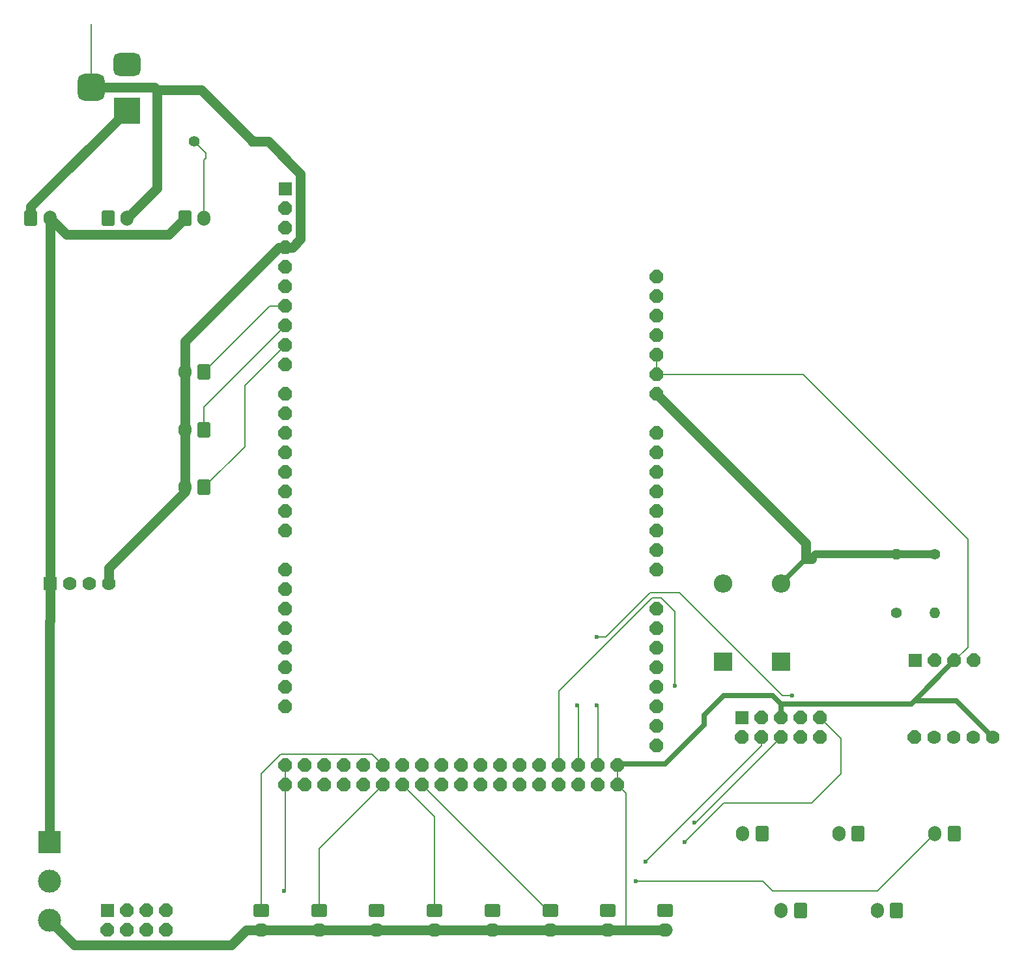
<source format=gbr>
%TF.GenerationSoftware,KiCad,Pcbnew,8.0.4*%
%TF.CreationDate,2024-09-07T12:51:51-06:00*%
%TF.ProjectId,main,6d61696e-2e6b-4696-9361-645f70636258,rev?*%
%TF.SameCoordinates,Original*%
%TF.FileFunction,Copper,L2,Inr*%
%TF.FilePolarity,Positive*%
%FSLAX46Y46*%
G04 Gerber Fmt 4.6, Leading zero omitted, Abs format (unit mm)*
G04 Created by KiCad (PCBNEW 8.0.4) date 2024-09-07 12:51:51*
%MOMM*%
%LPD*%
G01*
G04 APERTURE LIST*
G04 Aperture macros list*
%AMRoundRect*
0 Rectangle with rounded corners*
0 $1 Rounding radius*
0 $2 $3 $4 $5 $6 $7 $8 $9 X,Y pos of 4 corners*
0 Add a 4 corners polygon primitive as box body*
4,1,4,$2,$3,$4,$5,$6,$7,$8,$9,$2,$3,0*
0 Add four circle primitives for the rounded corners*
1,1,$1+$1,$2,$3*
1,1,$1+$1,$4,$5*
1,1,$1+$1,$6,$7*
1,1,$1+$1,$8,$9*
0 Add four rect primitives between the rounded corners*
20,1,$1+$1,$2,$3,$4,$5,0*
20,1,$1+$1,$4,$5,$6,$7,0*
20,1,$1+$1,$6,$7,$8,$9,0*
20,1,$1+$1,$8,$9,$2,$3,0*%
%AMOutline5P*
0 Free polygon, 5 corners , with rotation*
0 The origin of the aperture is its center*
0 number of corners: always 5*
0 $1 to $10 corner X, Y*
0 $11 Rotation angle, in degrees counterclockwise*
0 create outline with 5 corners*
4,1,5,$1,$2,$3,$4,$5,$6,$7,$8,$9,$10,$1,$2,$11*%
%AMOutline6P*
0 Free polygon, 6 corners , with rotation*
0 The origin of the aperture is its center*
0 number of corners: always 6*
0 $1 to $12 corner X, Y*
0 $13 Rotation angle, in degrees counterclockwise*
0 create outline with 6 corners*
4,1,6,$1,$2,$3,$4,$5,$6,$7,$8,$9,$10,$11,$12,$1,$2,$13*%
%AMOutline7P*
0 Free polygon, 7 corners , with rotation*
0 The origin of the aperture is its center*
0 number of corners: always 7*
0 $1 to $14 corner X, Y*
0 $15 Rotation angle, in degrees counterclockwise*
0 create outline with 7 corners*
4,1,7,$1,$2,$3,$4,$5,$6,$7,$8,$9,$10,$11,$12,$13,$14,$1,$2,$15*%
%AMOutline8P*
0 Free polygon, 8 corners , with rotation*
0 The origin of the aperture is its center*
0 number of corners: always 8*
0 $1 to $16 corner X, Y*
0 $17 Rotation angle, in degrees counterclockwise*
0 create outline with 8 corners*
4,1,8,$1,$2,$3,$4,$5,$6,$7,$8,$9,$10,$11,$12,$13,$14,$15,$16,$1,$2,$17*%
G04 Aperture macros list end*
%TA.AperFunction,Conductor*%
%ADD10C,0.635000*%
%TD*%
%TA.AperFunction,Conductor*%
%ADD11C,0.200000*%
%TD*%
%TA.AperFunction,ComponentPad*%
%ADD12R,1.778000X1.778000*%
%TD*%
%TA.AperFunction,ComponentPad*%
%ADD13Outline8P,-0.889000X0.368236X-0.368236X0.889000X0.368236X0.889000X0.889000X0.368236X0.889000X-0.368236X0.368236X-0.889000X-0.368236X-0.889000X-0.889000X-0.368236X0.000000*%
%TD*%
%TA.AperFunction,ComponentPad*%
%ADD14R,3.500000X3.500000*%
%TD*%
%TA.AperFunction,ComponentPad*%
%ADD15RoundRect,0.750000X-1.000000X0.750000X-1.000000X-0.750000X1.000000X-0.750000X1.000000X0.750000X0*%
%TD*%
%TA.AperFunction,ComponentPad*%
%ADD16RoundRect,0.875000X-0.875000X0.875000X-0.875000X-0.875000X0.875000X-0.875000X0.875000X0.875000X0*%
%TD*%
%TA.AperFunction,ComponentPad*%
%ADD17C,1.400000*%
%TD*%
%TA.AperFunction,ComponentPad*%
%ADD18O,1.400000X1.400000*%
%TD*%
%TA.AperFunction,ComponentPad*%
%ADD19RoundRect,0.250000X-0.600000X-0.750000X0.600000X-0.750000X0.600000X0.750000X-0.600000X0.750000X0*%
%TD*%
%TA.AperFunction,ComponentPad*%
%ADD20O,1.700000X2.000000*%
%TD*%
%TA.AperFunction,ComponentPad*%
%ADD21RoundRect,0.250000X0.600000X0.750000X-0.600000X0.750000X-0.600000X-0.750000X0.600000X-0.750000X0*%
%TD*%
%TA.AperFunction,ComponentPad*%
%ADD22C,1.778000*%
%TD*%
%TA.AperFunction,ComponentPad*%
%ADD23R,2.400000X2.400000*%
%TD*%
%TA.AperFunction,ComponentPad*%
%ADD24O,2.400000X2.400000*%
%TD*%
%TA.AperFunction,ComponentPad*%
%ADD25R,3.000000X3.000000*%
%TD*%
%TA.AperFunction,ComponentPad*%
%ADD26C,3.000000*%
%TD*%
%TA.AperFunction,ComponentPad*%
%ADD27Outline8P,-0.889000X0.368236X-0.368236X0.889000X0.368236X0.889000X0.889000X0.368236X0.889000X-0.368236X0.368236X-0.889000X-0.368236X-0.889000X-0.889000X-0.368236X180.000000*%
%TD*%
%TA.AperFunction,ComponentPad*%
%ADD28RoundRect,0.250000X-0.750000X0.600000X-0.750000X-0.600000X0.750000X-0.600000X0.750000X0.600000X0*%
%TD*%
%TA.AperFunction,ComponentPad*%
%ADD29O,2.000000X1.700000*%
%TD*%
%TA.AperFunction,ViaPad*%
%ADD30C,0.600000*%
%TD*%
%TA.AperFunction,Conductor*%
%ADD31C,1.270000*%
%TD*%
%TA.AperFunction,Conductor*%
%ADD32C,1.016000*%
%TD*%
G04 APERTURE END LIST*
D10*
%TO.N,GND*%
X146050000Y-138430000D02*
X151130000Y-138430000D01*
D11*
X78740000Y-52070000D02*
X77470000Y-49530000D01*
X78105000Y-50165000D02*
X78740000Y-52070000D01*
X78740000Y-50800000D02*
X78422500Y-50482500D01*
X78105000Y-50165000D02*
X78740000Y-50800000D01*
X78740000Y-50800000D02*
X77470000Y-49530000D01*
%TD*%
D12*
%TO.N,Net-(R2-Pad1)*%
%TO.C,U$2*%
X184960000Y-125000000D03*
D13*
%TO.N,Net-(R3-Pad2)*%
X187500000Y-125000000D03*
%TO.N,GND*%
X190040000Y-125000000D03*
%TO.N,/5V*%
X192580000Y-125000000D03*
%TD*%
D14*
%TO.N,/RAW_IN*%
%TO.C,J1*%
X82500000Y-53500000D03*
D15*
%TO.N,unconnected-(J1-Pad2)*%
X82500000Y-47500000D03*
D16*
%TO.N,GND*%
X77800000Y-50500000D03*
%TD*%
D17*
%TO.N,Net-(R2-Pad1)*%
%TO.C,R2*%
X182500000Y-118810000D03*
D18*
%TO.N,/5V*%
X182500000Y-111190000D03*
%TD*%
D19*
%TO.N,/5V*%
%TO.C,POWER_LED0*%
X90000000Y-67500000D03*
D20*
%TO.N,Net-(POWER_LED0B-S)*%
X92500000Y-67500000D03*
%TD*%
D21*
%TO.N,Net-(JACK_CON3A-S)*%
%TO.C,JACK_CON3*%
X177500000Y-147500000D03*
D20*
%TO.N,Net-(JACK_CON3B-S)*%
X175000000Y-147500000D03*
%TD*%
D21*
%TO.N,Net-(JACK_CON1A-S)*%
%TO.C,JACK_CON1*%
X165000000Y-147500000D03*
D20*
%TO.N,Net-(JACK_CON1B-S)*%
X162500000Y-147500000D03*
%TD*%
D12*
%TO.N,/5V*%
%TO.C,U1*%
X72460000Y-115000000D03*
D22*
%TO.N,Net-(U1-TXD)*%
X75000000Y-115000000D03*
%TO.N,Net-(U1-RXD)*%
X77540000Y-115000000D03*
%TO.N,GND*%
X80080000Y-115000000D03*
%TD*%
D12*
%TO.N,Net-(D2-K)*%
%TO.C,U$3*%
X162380000Y-132460000D03*
D13*
%TO.N,Net-(D1-K)*%
X164920000Y-132460000D03*
%TO.N,GND*%
X167460000Y-132460000D03*
%TO.N,/MISO*%
X172540000Y-135000000D03*
%TO.N,/MOSI*%
X172540000Y-132460000D03*
%TO.N,/SCK*%
X170000000Y-132460000D03*
%TO.N,/D48*%
X170000000Y-135000000D03*
%TO.N,/D2*%
X162380000Y-135000000D03*
%TO.N,/D53*%
X167460000Y-135000000D03*
%TO.N,Net-(U$1-PadD49)*%
X164920000Y-135000000D03*
%TD*%
D21*
%TO.N,Net-(SECTION_2_BUTTON0A-KL)*%
%TO.C,SECTION_2_BUTTON0*%
X92500000Y-95000000D03*
D20*
%TO.N,GND*%
X90000000Y-95000000D03*
%TD*%
D19*
%TO.N,/RESET*%
%TO.C,RESET0*%
X80000000Y-67500000D03*
D20*
%TO.N,GND*%
X82500000Y-67500000D03*
%TD*%
D19*
%TO.N,/RAW_IN*%
%TO.C,PWR_IN0*%
X70000000Y-67500000D03*
D20*
%TO.N,/5V*%
X72500000Y-67500000D03*
%TD*%
D23*
%TO.N,Net-(D2-K)*%
%TO.C,D2*%
X160000000Y-125160000D03*
D24*
%TO.N,/3V3*%
X160000000Y-115000000D03*
%TD*%
D21*
%TO.N,Net-(JACK_CON5A-S)*%
%TO.C,JACK_CON5*%
X190000000Y-147500000D03*
D20*
%TO.N,Net-(JACK_CON5B-S)*%
X187500000Y-147500000D03*
%TD*%
D17*
%TO.N,Net-(POWER_LED0B-S)*%
%TO.C,R1*%
X91190000Y-57500000D03*
D18*
%TO.N,GND*%
X98810000Y-57500000D03*
%TD*%
D12*
%TO.N,Net-(U$1-PadD22)*%
%TO.C,U$4*%
X79960000Y-157460000D03*
D13*
%TO.N,Net-(U$1-PadD23)*%
X82500000Y-157460000D03*
%TO.N,Net-(U$1-PadD24)*%
X85040000Y-157460000D03*
%TO.N,Net-(U$1-PadD25)*%
X87580000Y-157460000D03*
%TO.N,Net-(U$1-PadD26)*%
X79960000Y-160000000D03*
%TO.N,Net-(U$1-PadD27)*%
X82500000Y-160000000D03*
%TO.N,Net-(U$1-PadD28)*%
X85040000Y-160000000D03*
%TO.N,/D29*%
X87580000Y-160000000D03*
%TD*%
D25*
%TO.N,/5V*%
%TO.C,X1*%
X72390000Y-148590000D03*
D26*
%TO.N,Net-(X1B-KL)*%
X72390000Y-153670000D03*
%TO.N,GND*%
X72390000Y-158750000D03*
%TD*%
D27*
%TO.N,/3V3*%
%TO.C,U$1*%
X151328500Y-80210000D03*
%TO.N,Net-(U$1-5V-Pad5V@1)*%
X151328500Y-82750000D03*
X103068500Y-138630000D03*
X103068500Y-141170000D03*
%TO.N,unconnected-(U$1-PadA0)*%
X151328500Y-95450000D03*
%TO.N,unconnected-(U$1-PadA1)*%
X151328500Y-97990000D03*
%TO.N,unconnected-(U$1-PadA2)*%
X151328500Y-100530000D03*
%TO.N,unconnected-(U$1-PadA3)*%
X151328500Y-103070000D03*
%TO.N,unconnected-(U$1-PadA4)*%
X151328500Y-105610000D03*
%TO.N,unconnected-(U$1-PadA5)*%
X151328500Y-108150000D03*
%TO.N,unconnected-(U$1-PadA6)*%
X151328500Y-110690000D03*
%TO.N,unconnected-(U$1-PadA7)*%
X151328500Y-113230000D03*
%TO.N,unconnected-(U$1-PadA8)*%
X151328500Y-118310000D03*
%TO.N,unconnected-(U$1-PadA9)*%
X151328500Y-120850000D03*
%TO.N,unconnected-(U$1-PadA10)*%
X151328500Y-123390000D03*
%TO.N,unconnected-(U$1-PadA11)*%
X151328500Y-125930000D03*
%TO.N,unconnected-(U$1-PadA12)*%
X151328500Y-128470000D03*
%TO.N,unconnected-(U$1-PadA13)*%
X151328500Y-131010000D03*
%TO.N,unconnected-(U$1-PadA14)*%
X151328500Y-133550000D03*
%TO.N,unconnected-(U$1-PadA15)*%
X151328500Y-136090000D03*
%TO.N,unconnected-(U$1-PadAREF)*%
X103068500Y-68780000D03*
%TO.N,Net-(U1-RXD)*%
X103068500Y-108150000D03*
%TO.N,Net-(U1-TXD)*%
X103068500Y-105610000D03*
%TO.N,/D2*%
X103068500Y-103070000D03*
%TO.N,unconnected-(U$1-PadD3)*%
X103068500Y-100530000D03*
%TO.N,Net-(R2-Pad1)*%
X103068500Y-97990000D03*
%TO.N,Net-(R3-Pad2)*%
X103068500Y-95450000D03*
%TO.N,unconnected-(U$1-PadD6)*%
X103068500Y-92910000D03*
%TO.N,unconnected-(U$1-PadD7)*%
X103068500Y-90370000D03*
%TO.N,Net-(X1B-KL)*%
X103068500Y-86560000D03*
%TO.N,Net-(SECTION_1_BUTTON0A-KL)*%
X103068500Y-84020000D03*
%TO.N,Net-(SECTION_2_BUTTON0A-KL)*%
X103068500Y-81480000D03*
%TO.N,Net-(SECTION_3_BUTTON0A-KL)*%
X103068500Y-78940000D03*
%TO.N,unconnected-(U$1-PadD12)*%
X103068500Y-76400000D03*
%TO.N,unconnected-(U$1-PadD13)*%
X103068500Y-73860000D03*
%TO.N,unconnected-(U$1-PadD14)*%
X103068500Y-113230000D03*
%TO.N,unconnected-(U$1-PadD15)*%
X103068500Y-115770000D03*
%TO.N,unconnected-(U$1-PadD16)*%
X103068500Y-118310000D03*
%TO.N,unconnected-(U$1-PadD17)*%
X103068500Y-120850000D03*
%TO.N,unconnected-(U$1-PadD18)*%
X103068500Y-123390000D03*
%TO.N,unconnected-(U$1-PadD19)*%
X103068500Y-125930000D03*
%TO.N,Net-(U$1-PadD20)*%
X103068500Y-128470000D03*
%TO.N,/D21*%
X103068500Y-131010000D03*
%TO.N,Net-(U$1-PadD22)*%
X105608500Y-138630000D03*
%TO.N,Net-(U$1-PadD23)*%
X105608500Y-141170000D03*
%TO.N,Net-(U$1-PadD24)*%
X108148500Y-138630000D03*
%TO.N,Net-(U$1-PadD25)*%
X108148500Y-141170000D03*
%TO.N,Net-(U$1-PadD26)*%
X110688500Y-138630000D03*
%TO.N,Net-(U$1-PadD27)*%
X110688500Y-141170000D03*
%TO.N,Net-(U$1-PadD28)*%
X113228500Y-138630000D03*
%TO.N,/D29*%
X113228500Y-141170000D03*
%TO.N,Net-(SW1A-S)*%
X115768500Y-138630000D03*
%TO.N,Net-(SW2A-S)*%
X115768500Y-141170000D03*
%TO.N,Net-(SW3A-S)*%
X118308500Y-138630000D03*
%TO.N,Net-(SW4A-S)*%
X118308500Y-141170000D03*
%TO.N,Net-(SW5A-S)*%
X120848500Y-138630000D03*
%TO.N,Net-(SW6A-S)*%
X120848500Y-141170000D03*
%TO.N,Net-(SW7A-S)*%
X123388500Y-138630000D03*
%TO.N,Net-(SW8A-S)*%
X123388500Y-141170000D03*
%TO.N,Net-(JACK_CON1A-S)*%
X125928500Y-138630000D03*
%TO.N,Net-(JACK_CON1B-S)*%
X125928500Y-141170000D03*
%TO.N,Net-(JACK_CON2A-S)*%
X128468500Y-138630000D03*
%TO.N,Net-(JACK_CON2B-S)*%
X128468500Y-141170000D03*
%TO.N,Net-(JACK_CON3A-S)*%
X131008500Y-138630000D03*
%TO.N,Net-(JACK_CON3B-S)*%
X131008500Y-141170000D03*
%TO.N,Net-(JACK_CON4A-S)*%
X133548500Y-138630000D03*
%TO.N,Net-(JACK_CON4B-S)*%
X133548500Y-141170000D03*
%TO.N,Net-(JACK_CON5A-S)*%
X136088500Y-138630000D03*
%TO.N,Net-(JACK_CON5B-S)*%
X136088500Y-141170000D03*
%TO.N,/D48*%
X138628500Y-138630000D03*
%TO.N,Net-(U$1-PadD49)*%
X138628500Y-141170000D03*
%TO.N,/MISO*%
X141168500Y-138630000D03*
%TO.N,/MOSI*%
X141168500Y-141170000D03*
%TO.N,/SCK*%
X143708500Y-138630000D03*
%TO.N,/D53*%
X143708500Y-141170000D03*
%TO.N,GND*%
X103068500Y-71320000D03*
X151328500Y-87830000D03*
X151328500Y-85290000D03*
X146248500Y-138630000D03*
X146248500Y-141170000D03*
%TO.N,unconnected-(U$1-PadIOREF)*%
X151328500Y-75130000D03*
%TO.N,/RESET*%
X151328500Y-77670000D03*
D12*
%TO.N,unconnected-(U$1-PadSCL)*%
X103068500Y-63700000D03*
D27*
%TO.N,unconnected-(U$1-PadSDA)*%
X103068500Y-66240000D03*
%TO.N,/5V*%
X151328500Y-90370000D03*
%TD*%
D21*
%TO.N,Net-(JACK_CON2A-S)*%
%TO.C,JACK_CON2*%
X170000000Y-157500000D03*
D20*
%TO.N,Net-(JACK_CON2B-S)*%
X167500000Y-157500000D03*
%TD*%
D21*
%TO.N,Net-(SECTION_1_BUTTON0A-KL)*%
%TO.C,SECTION_1_BUTTON0*%
X92500000Y-102500000D03*
D20*
%TO.N,GND*%
X90000000Y-102500000D03*
%TD*%
D21*
%TO.N,Net-(JACK_CON4A-S)*%
%TO.C,JACK_CON4*%
X182500000Y-157500000D03*
D20*
%TO.N,Net-(JACK_CON4B-S)*%
X180000000Y-157500000D03*
%TD*%
D17*
%TO.N,/5V*%
%TO.C,R3*%
X187500000Y-111190000D03*
D18*
%TO.N,Net-(R3-Pad2)*%
X187500000Y-118810000D03*
%TD*%
D22*
%TO.N,/5V*%
%TO.C,U$5*%
X192500000Y-135000000D03*
D13*
%TO.N,/D21*%
X184880000Y-135000000D03*
D22*
%TO.N,Net-(U$1-PadD20)*%
X187420000Y-135000000D03*
%TO.N,GND*%
X195040000Y-135000000D03*
%TO.N,unconnected-(U$5-PadSW)*%
X189960000Y-135000000D03*
%TD*%
D21*
%TO.N,Net-(SECTION_3_BUTTON0A-KL)*%
%TO.C,SECTION_3_BUTTON0*%
X92500000Y-87500000D03*
D20*
%TO.N,GND*%
X90000000Y-87500000D03*
%TD*%
D23*
%TO.N,Net-(D1-K)*%
%TO.C,D1*%
X167500000Y-125160000D03*
D24*
%TO.N,/5V*%
X167500000Y-115000000D03*
%TD*%
D28*
%TO.N,Net-(SW1A-S)*%
%TO.C,SW1*%
X99950000Y-157500000D03*
D29*
%TO.N,GND*%
X99950000Y-160000000D03*
%TD*%
D28*
%TO.N,Net-(SW3A-S)*%
%TO.C,SW3*%
X114950000Y-157500000D03*
D29*
%TO.N,GND*%
X114950000Y-160000000D03*
%TD*%
D28*
%TO.N,Net-(SW5A-S)*%
%TO.C,SW5*%
X129950000Y-157500000D03*
D29*
%TO.N,GND*%
X129950000Y-160000000D03*
%TD*%
D28*
%TO.N,Net-(SW6A-S)*%
%TO.C,SW6*%
X137500000Y-157500000D03*
D29*
%TO.N,GND*%
X137500000Y-160000000D03*
%TD*%
D28*
%TO.N,Net-(SW7A-S)*%
%TO.C,SW7*%
X144950000Y-157500000D03*
D29*
%TO.N,GND*%
X144950000Y-160000000D03*
%TD*%
D28*
%TO.N,Net-(SW2A-S)*%
%TO.C,SW2*%
X107450000Y-157500000D03*
D29*
%TO.N,GND*%
X107450000Y-160000000D03*
%TD*%
D28*
%TO.N,Net-(SW8A-S)*%
%TO.C,SW8*%
X152450000Y-157500000D03*
D29*
%TO.N,GND*%
X152450000Y-160000000D03*
%TD*%
D28*
%TO.N,Net-(SW4A-S)*%
%TO.C,SW4*%
X122450000Y-157500000D03*
D29*
%TO.N,GND*%
X122450000Y-160000000D03*
%TD*%
D30*
%TO.N,/SCK*%
X168910000Y-129540000D03*
X143510000Y-121920000D03*
%TO.N,/MOSI*%
X154940000Y-148590000D03*
%TO.N,/D53*%
X156210000Y-146050000D03*
%TO.N,Net-(U$1-PadD49)*%
X149860000Y-151130000D03*
%TO.N,/SCK*%
X143510000Y-130810000D03*
%TO.N,/MISO*%
X140970000Y-130810000D03*
%TO.N,/D48*%
X153670000Y-128270000D03*
%TO.N,Net-(JACK_CON5B-S)*%
X148590000Y-153670000D03*
%TO.N,Net-(U$1-5V-Pad5V@1)*%
X102870000Y-154940000D03*
%TD*%
D31*
%TO.N,GND*%
X95998800Y-161981200D02*
X97980000Y-160000000D01*
X75621200Y-161981200D02*
X95998800Y-161981200D01*
X72390000Y-158750000D02*
X75621200Y-161981200D01*
%TO.N,/5V*%
X72390000Y-119950000D02*
X72390000Y-148590000D01*
X72500000Y-119840000D02*
X72390000Y-119950000D01*
D11*
%TO.N,/SCK*%
X154282800Y-116182800D02*
X167640000Y-129540000D01*
X150481042Y-116182800D02*
X154282800Y-116182800D01*
X144743842Y-121920000D02*
X150481042Y-116182800D01*
X167640000Y-129540000D02*
X168910000Y-129540000D01*
X143510000Y-121920000D02*
X144743842Y-121920000D01*
%TO.N,/MOSI*%
X175260000Y-139700000D02*
X175260000Y-135180000D01*
X171450000Y-143510000D02*
X175260000Y-139700000D01*
X175260000Y-135180000D02*
X172540000Y-132460000D01*
X160020000Y-143510000D02*
X171450000Y-143510000D01*
X154940000Y-148590000D02*
X160020000Y-143510000D01*
%TO.N,/D53*%
X156410000Y-146050000D02*
X167460000Y-135000000D01*
X156210000Y-146050000D02*
X156410000Y-146050000D01*
%TO.N,Net-(U$1-PadD49)*%
X164920000Y-136070000D02*
X164920000Y-135000000D01*
X149860000Y-151130000D02*
X164920000Y-136070000D01*
%TO.N,/SCK*%
X143510000Y-130810000D02*
X143708500Y-131008500D01*
X143708500Y-138630000D02*
X143708500Y-131008500D01*
%TO.N,/MISO*%
X141168500Y-131008500D02*
X140970000Y-130810000D01*
X141168500Y-138630000D02*
X141168500Y-131008500D01*
%TO.N,/D48*%
X150753264Y-116840000D02*
X151903736Y-116840000D01*
X138628500Y-128964764D02*
X150753264Y-116840000D01*
X153670000Y-118606264D02*
X153670000Y-128270000D01*
X151903736Y-116840000D02*
X153670000Y-118606264D01*
X138628500Y-138630000D02*
X138628500Y-128964764D01*
%TO.N,Net-(JACK_CON1A-S)*%
X165100000Y-147320000D02*
X165000000Y-147420000D01*
X165000000Y-147500000D02*
X165000000Y-147420000D01*
%TO.N,Net-(JACK_CON5B-S)*%
X180060000Y-154940000D02*
X166370000Y-154940000D01*
X165100000Y-153670000D02*
X148590000Y-153670000D01*
X166370000Y-154940000D02*
X165100000Y-153670000D01*
X187500000Y-147500000D02*
X180060000Y-154940000D01*
%TO.N,Net-(JACK_CON2B-S)*%
X128468500Y-141168500D02*
X128270000Y-140970000D01*
X128468500Y-141170000D02*
X128468500Y-141168500D01*
%TO.N,Net-(U$1-5V-Pad5V@1)*%
X103068500Y-154741500D02*
X102870000Y-154940000D01*
X103068500Y-138630000D02*
X103068500Y-154741500D01*
D31*
%TO.N,/5V*%
X170740000Y-109781500D02*
X151328500Y-90370000D01*
X170740000Y-111760000D02*
X170740000Y-109781500D01*
D32*
X172020000Y-111190000D02*
X187500000Y-111190000D01*
X171450000Y-111760000D02*
X172020000Y-111190000D01*
D31*
X170740000Y-111760000D02*
X171450000Y-111760000D01*
D10*
X167500000Y-115000000D02*
X170740000Y-111760000D01*
D11*
%TO.N,Net-(SW3A-S)*%
X114320000Y-157500000D02*
X114950000Y-157500000D01*
X114320000Y-157500000D02*
X114300000Y-157480000D01*
X114950000Y-157500000D02*
X115550000Y-157500000D01*
%TO.N,Net-(SW1A-S)*%
X114322300Y-137183800D02*
X115768500Y-138630000D01*
X102469464Y-137183800D02*
X114322300Y-137183800D01*
X99950000Y-139703264D02*
X102469464Y-137183800D01*
X99950000Y-157500000D02*
X99950000Y-139703264D01*
%TO.N,Net-(SW8A-S)*%
X152420000Y-157500000D02*
X152400000Y-157480000D01*
X152450000Y-157500000D02*
X152420000Y-157500000D01*
%TO.N,Net-(SW6A-S)*%
X137178500Y-157500000D02*
X120848500Y-141170000D01*
X137500000Y-157500000D02*
X137178500Y-157500000D01*
%TO.N,Net-(SW5A-S)*%
X129560000Y-157500000D02*
X129540000Y-157480000D01*
X129950000Y-157500000D02*
X129560000Y-157500000D01*
%TO.N,Net-(SW4A-S)*%
X122450000Y-145311500D02*
X118308500Y-141170000D01*
X122450000Y-157500000D02*
X122450000Y-145311500D01*
%TO.N,Net-(SW3A-S)*%
X114970000Y-157480000D02*
X115570000Y-157480000D01*
X114950000Y-157500000D02*
X114970000Y-157480000D01*
%TO.N,Net-(SW2A-S)*%
X107450000Y-149488500D02*
X115768500Y-141170000D01*
X107450000Y-157500000D02*
X107450000Y-149488500D01*
D31*
%TO.N,/5V*%
X72500000Y-113030000D02*
X72500000Y-114960000D01*
X72500000Y-113030000D02*
X72500000Y-119840000D01*
X72500000Y-67500000D02*
X72500000Y-113030000D01*
D11*
X72500000Y-114960000D02*
X72460000Y-115000000D01*
%TO.N,Net-(SECTION_1_BUTTON0A-KL)*%
X97790000Y-97210000D02*
X92500000Y-102500000D01*
X97790000Y-89298500D02*
X97790000Y-97210000D01*
X103068500Y-84020000D02*
X97790000Y-89298500D01*
%TO.N,Net-(SECTION_2_BUTTON0A-KL)*%
X92500000Y-92048500D02*
X92500000Y-95000000D01*
X103068500Y-81480000D02*
X92500000Y-92048500D01*
%TO.N,Net-(SECTION_3_BUTTON0A-KL)*%
X101060000Y-78940000D02*
X92500000Y-87500000D01*
X103068500Y-78940000D02*
X101060000Y-78940000D01*
%TO.N,Net-(POWER_LED0B-S)*%
X92500000Y-59900000D02*
X92500000Y-67500000D01*
X92710000Y-59690000D02*
X92500000Y-59900000D01*
X92710000Y-59020000D02*
X92710000Y-59690000D01*
X91190000Y-57500000D02*
X92710000Y-59020000D01*
D31*
%TO.N,/5V*%
X87907800Y-69592200D02*
X90000000Y-67500000D01*
X74592200Y-69592200D02*
X87907800Y-69592200D01*
X72500000Y-67500000D02*
X74592200Y-69592200D01*
D11*
%TO.N,GND*%
X191770000Y-109220000D02*
X191770000Y-123270000D01*
X170380000Y-87830000D02*
X191770000Y-109220000D01*
X191770000Y-123270000D02*
X190040000Y-125000000D01*
X151328500Y-87830000D02*
X170380000Y-87830000D01*
X151328500Y-85290000D02*
X151328500Y-87830000D01*
D10*
X190255000Y-130215000D02*
X195040000Y-135000000D01*
X184825000Y-130215000D02*
X190255000Y-130215000D01*
X184410000Y-130630000D02*
X184825000Y-130215000D01*
X184410000Y-130630000D02*
X190040000Y-125000000D01*
X167460000Y-130630000D02*
X184410000Y-130630000D01*
X167460000Y-130630000D02*
X167460000Y-132460000D01*
X160020000Y-129540000D02*
X166370000Y-129540000D01*
X157480000Y-132080000D02*
X160020000Y-129540000D01*
X166370000Y-129540000D02*
X167460000Y-130630000D01*
X157480000Y-133350000D02*
X157480000Y-132080000D01*
X152400000Y-138430000D02*
X157480000Y-133350000D01*
X151130000Y-138430000D02*
X152400000Y-138430000D01*
D11*
X147320000Y-142241500D02*
X147320000Y-160000000D01*
X146248500Y-141170000D02*
X147320000Y-142241500D01*
D31*
X147320000Y-160000000D02*
X152450000Y-160000000D01*
X97980000Y-160000000D02*
X147320000Y-160000000D01*
D11*
X146248500Y-138630000D02*
X146248500Y-141170000D01*
D31*
X97980000Y-160000000D02*
X99950000Y-160000000D01*
X80080000Y-112960000D02*
X80080000Y-115000000D01*
X90000000Y-103040000D02*
X80080000Y-112960000D01*
X90000000Y-102500000D02*
X90000000Y-103040000D01*
X90000000Y-85090000D02*
X90000000Y-87500000D01*
X90000000Y-85090000D02*
X90000000Y-102500000D01*
X90000000Y-83499500D02*
X90000000Y-85090000D01*
X102179500Y-71320000D02*
X90000000Y-83499500D01*
X103068500Y-71320000D02*
X102179500Y-71320000D01*
X103957500Y-71320000D02*
X103068500Y-71320000D01*
X105049700Y-61718800D02*
X105049700Y-70227800D01*
X105049700Y-70227800D02*
X103957500Y-71320000D01*
X100830900Y-57500000D02*
X105049700Y-61718800D01*
X98810000Y-57500000D02*
X100830900Y-57500000D01*
X92110000Y-50800000D02*
X98810000Y-57500000D01*
X86360000Y-50800000D02*
X92110000Y-50800000D01*
X86360000Y-63640000D02*
X82500000Y-67500000D01*
X86360000Y-50800000D02*
X86360000Y-63640000D01*
X86060000Y-50500000D02*
X77800000Y-50500000D01*
X86060000Y-50500000D02*
X86360000Y-50800000D01*
D11*
X77800000Y-50500000D02*
X77800000Y-42240000D01*
X78740000Y-51440000D02*
X78740000Y-52070000D01*
X77800000Y-50500000D02*
X78740000Y-51440000D01*
X77770000Y-50500000D02*
X77470000Y-50800000D01*
X77800000Y-50500000D02*
X77770000Y-50500000D01*
D31*
%TO.N,/RAW_IN*%
X70000000Y-66000000D02*
X70000000Y-67500000D01*
X82500000Y-53500000D02*
X70000000Y-66000000D01*
%TD*%
M02*

</source>
